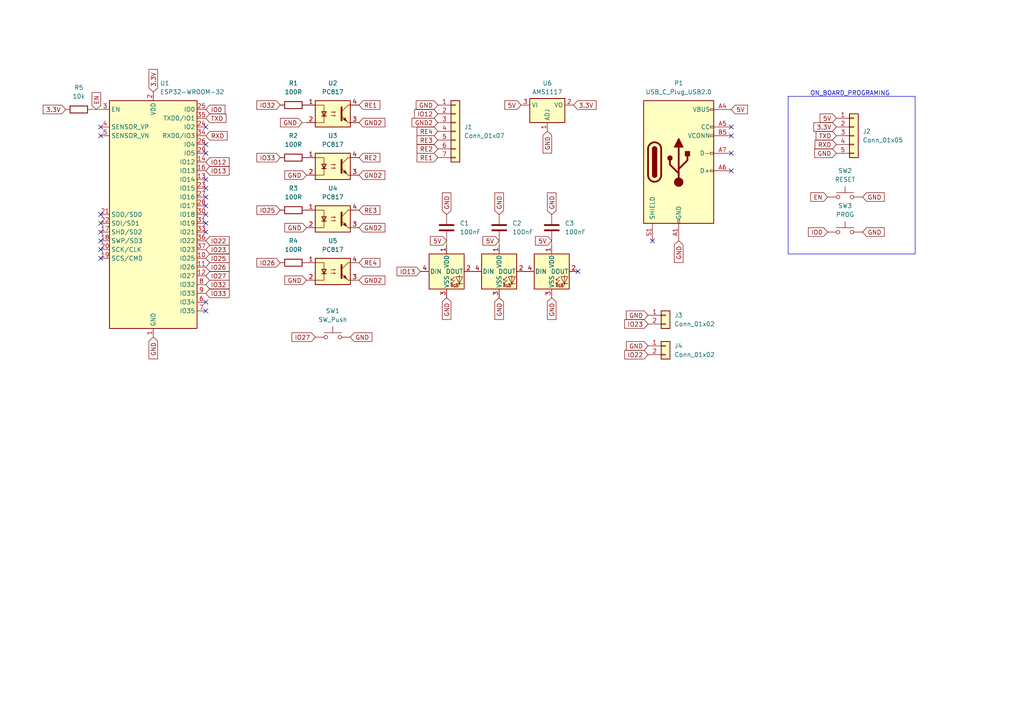
<source format=kicad_sch>
(kicad_sch (version 20230121) (generator eeschema)
  (paper "A4")
  (lib_symbols
    (symbol "Connector:USB_C_Plug_USB2.0" (pin_names (offset 1.016))
      (property "Reference" "P" (at -10.16 19.05 0))
      (property "Value" "USB_C_Plug_USB2.0" (at 12.7 19.05 0))
      (symbol "USB_C_Plug_USB2.0_0_0"
        (rectangle (start -0.254 -17.78) (end 0.254 -16.764))
        (rectangle (start 10.16 -2.286) (end 9.144 -2.794))
        (rectangle (start 10.16 2.794) (end 9.144 2.286))
        (rectangle (start 10.16 7.874) (end 9.144 7.366))
        (rectangle (start 10.16 10.414) (end 9.144 9.906))
        (rectangle (start 10.16 15.494) (end 9.144 14.986))
      )
      (symbol "USB_C_Plug_USB2.0_0_1"
        (rectangle (start -10.16 17.78) (end 10.16 -17.78) (stroke (width 0.254)) (fill (type background)))
        (arc (start -8.89 -3.81) (mid -6.985 -5.7067) (end -5.08 -3.81) (stroke (width 0.508)))
        (arc (start -7.62 -3.81) (mid -6.985 -4.4423) (end -6.35 -3.81) (stroke (width 0.254)))
        (arc (start -7.62 -3.81) (mid -6.985 -4.4423) (end -6.35 -3.81) (stroke (width 0.254)) (fill (type outline)))
        (rectangle (start -7.62 -3.81) (end -6.35 3.81) (stroke (width 0.254)) (fill (type outline)))
        (arc (start -6.35 3.81) (mid -6.985 4.4423) (end -7.62 3.81) (stroke (width 0.254)))
        (arc (start -6.35 3.81) (mid -6.985 4.4423) (end -7.62 3.81) (stroke (width 0.254)) (fill (type outline)))
        (arc (start -5.08 3.81) (mid -6.985 5.7067) (end -8.89 3.81) (stroke (width 0.508)))
        (circle (center -2.54 1.143) (radius 0.635) (stroke (width 0.254)) (fill (type outline)))
        (circle (center 0 -5.842) (radius 1.27) (fill (type outline)))
        (polyline (pts (xy -8.89 -3.81) (xy -8.89 3.81)) (stroke (width 0.508)))
        (polyline (pts (xy -5.08 3.81) (xy -5.08 -3.81)) (stroke (width 0.508)))
        (polyline (pts (xy 0 -5.842) (xy 0 4.318)) (stroke (width 0.508)))
        (polyline (pts (xy 0 -3.302) (xy -2.54 -0.762) (xy -2.54 0.508)) (stroke (width 0.508)))
        (polyline (pts (xy 0 -2.032) (xy 2.54 0.508) (xy 2.54 1.778)) (stroke (width 0.508)))
        (polyline (pts (xy -1.27 4.318) (xy 0 6.858) (xy 1.27 4.318) (xy -1.27 4.318)) (stroke (width 0.254)) (fill (type outline)))
        (rectangle (start 1.905 1.778) (end 3.175 3.048) (stroke (width 0.254)) (fill (type outline)))
      )
      (symbol "USB_C_Plug_USB2.0_1_1"
        (pin passive line (at 0 -22.86 90) (length 5.08) (name "GND") (number "A1"))
        (pin passive line (at 0 -22.86 90) (length 5.08) hide (name "GND") (number "A12"))
        (pin passive line (at 15.24 15.24 180) (length 5.08) (name "VBUS") (number "A4"))
        (pin bidirectional line (at 15.24 10.16 180) (length 5.08) (name "CC") (number "A5"))
        (pin bidirectional line (at 15.24 -2.54 180) (length 5.08) (name "D+") (number "A6"))
        (pin bidirectional line (at 15.24 2.54 180) (length 5.08) (name "D-") (number "A7"))
        (pin passive line (at 15.24 15.24 180) (length 5.08) hide (name "VBUS") (number "A9"))
        (pin passive line (at 0 -22.86 90) (length 5.08) hide (name "GND") (number "B1"))
        (pin passive line (at 0 -22.86 90) (length 5.08) hide (name "GND") (number "B12"))
        (pin passive line (at 15.24 15.24 180) (length 5.08) hide (name "VBUS") (number "B4"))
        (pin bidirectional line (at 15.24 7.62 180) (length 5.08) (name "VCONN") (number "B5"))
        (pin passive line (at 15.24 15.24 180) (length 5.08) hide (name "VBUS") (number "B9"))
        (pin passive line (at -7.62 -22.86 90) (length 5.08) (name "SHIELD") (number "S1"))
      )
    )
    (symbol "Connector_Generic:Conn_01x02" (pin_names (offset 1.016) hide)
      (property "Reference" "J" (at 0 2.54 0))
      (property "Value" "Conn_01x02" (at 0 -5.08 0))
      (symbol "Conn_01x02_1_1"
        (rectangle (start -1.27 -2.413) (end 0 -2.667) (stroke (width 0.1524)))
        (rectangle (start -1.27 0.127) (end 0 -0.127) (stroke (width 0.1524)))
        (rectangle (start -1.27 1.27) (end 1.27 -3.81) (stroke (width 0.254)) (fill (type background)))
        (pin passive line (at -5.08 0 0) (length 3.81) (name "Pin_1") (number "1"))
        (pin passive line (at -5.08 -2.54 0) (length 3.81) (name "Pin_2") (number "2"))
      )
    )
    (symbol "Connector_Generic:Conn_01x05" (pin_names (offset 1.016) hide)
      (property "Reference" "J" (at 0 7.62 0))
      (property "Value" "Conn_01x05" (at 0 -7.62 0))
      (symbol "Conn_01x05_1_1"
        (rectangle (start -1.27 -4.953) (end 0 -5.207) (stroke (width 0.1524)))
        (rectangle (start -1.27 -2.413) (end 0 -2.667) (stroke (width 0.1524)))
        (rectangle (start -1.27 0.127) (end 0 -0.127) (stroke (width 0.1524)))
        (rectangle (start -1.27 2.667) (end 0 2.413) (stroke (width 0.1524)))
        (rectangle (start -1.27 5.207) (end 0 4.953) (stroke (width 0.1524)))
        (rectangle (start -1.27 6.35) (end 1.27 -6.35) (stroke (width 0.254)) (fill (type background)))
        (pin passive line (at -5.08 5.08 0) (length 3.81) (name "Pin_1") (number "1"))
        (pin passive line (at -5.08 2.54 0) (length 3.81) (name "Pin_2") (number "2"))
        (pin passive line (at -5.08 0 0) (length 3.81) (name "Pin_3") (number "3"))
        (pin passive line (at -5.08 -2.54 0) (length 3.81) (name "Pin_4") (number "4"))
        (pin passive line (at -5.08 -5.08 0) (length 3.81) (name "Pin_5") (number "5"))
      )
    )
    (symbol "Connector_Generic:Conn_01x07" (pin_names (offset 1.016) hide)
      (property "Reference" "J" (at 0 10.16 0))
      (property "Value" "Conn_01x07" (at 0 -10.16 0))
      (symbol "Conn_01x07_1_1"
        (rectangle (start -1.27 -7.493) (end 0 -7.747) (stroke (width 0.1524)))
        (rectangle (start -1.27 -4.953) (end 0 -5.207) (stroke (width 0.1524)))
        (rectangle (start -1.27 -2.413) (end 0 -2.667) (stroke (width 0.1524)))
        (rectangle (start -1.27 0.127) (end 0 -0.127) (stroke (width 0.1524)))
        (rectangle (start -1.27 2.667) (end 0 2.413) (stroke (width 0.1524)))
        (rectangle (start -1.27 5.207) (end 0 4.953) (stroke (width 0.1524)))
        (rectangle (start -1.27 7.747) (end 0 7.493) (stroke (width 0.1524)))
        (rectangle (start -1.27 8.89) (end 1.27 -8.89) (stroke (width 0.254)) (fill (type background)))
        (pin passive line (at -5.08 7.62 0) (length 3.81) (name "Pin_1") (number "1"))
        (pin passive line (at -5.08 5.08 0) (length 3.81) (name "Pin_2") (number "2"))
        (pin passive line (at -5.08 2.54 0) (length 3.81) (name "Pin_3") (number "3"))
        (pin passive line (at -5.08 0 0) (length 3.81) (name "Pin_4") (number "4"))
        (pin passive line (at -5.08 -2.54 0) (length 3.81) (name "Pin_5") (number "5"))
        (pin passive line (at -5.08 -5.08 0) (length 3.81) (name "Pin_6") (number "6"))
        (pin passive line (at -5.08 -7.62 0) (length 3.81) (name "Pin_7") (number "7"))
      )
    )
    (symbol "Device:C" (pin_numbers hide) (pin_names (offset 0.254))
      (property "Reference" "C" (at 0.635 2.54 0))
      (property "Value" "C" (at 0.635 -2.54 0))
      (symbol "C_0_1"
        (polyline (pts (xy -2.032 -0.762) (xy 2.032 -0.762)) (stroke (width 0.508)))
        (polyline (pts (xy -2.032 0.762) (xy 2.032 0.762)) (stroke (width 0.508)))
      )
      (symbol "C_1_1"
        (pin passive line (at 0 3.81 270) (length 2.794) (name "~") (number "1"))
        (pin passive line (at 0 -3.81 90) (length 2.794) (name "~") (number "2"))
      )
    )
    (symbol "Device:R" (pin_numbers hide) (pin_names (offset 0))
      (property "Reference" "R" (at 2.032 0 90))
      (property "Value" "R" (at 0 0 90))
      (symbol "R_0_1"
        (rectangle (start -1.016 -2.54) (end 1.016 2.54) (stroke (width 0.254)))
      )
      (symbol "R_1_1"
        (pin passive line (at 0 3.81 270) (length 1.27) (name "~") (number "1"))
        (pin passive line (at 0 -3.81 90) (length 1.27) (name "~") (number "2"))
      )
    )
    (symbol "Isolator:PC817" (pin_names (offset 1.016))
      (property "Reference" "U" (at -5.08 5.08 0))
      (property "Value" "PC817" (at 0 5.08 0))
      (symbol "PC817_0_1"
        (rectangle (start -5.08 3.81) (end 5.08 -3.81) (stroke (width 0.254)) (fill (type background)))
        (polyline (pts (xy -3.175 -0.635) (xy -1.905 -0.635)) (stroke (width 0.254)))
        (polyline (pts (xy 2.54 0.635) (xy 4.445 2.54)))
        (polyline (pts (xy 4.445 -2.54) (xy 2.54 -0.635)) (fill (type outline)))
        (polyline (pts (xy 4.445 -2.54) (xy 5.08 -2.54)))
        (polyline (pts (xy 4.445 2.54) (xy 5.08 2.54)))
        (polyline (pts (xy -5.08 2.54) (xy -2.54 2.54) (xy -2.54 -0.635)))
        (polyline (pts (xy -2.54 -0.635) (xy -2.54 -2.54) (xy -5.08 -2.54)))
        (polyline (pts (xy 2.54 1.905) (xy 2.54 -1.905) (xy 2.54 -1.905)) (stroke (width 0.508)))
        (polyline (pts (xy -2.54 -0.635) (xy -3.175 0.635) (xy -1.905 0.635) (xy -2.54 -0.635)) (stroke (width 0.254)))
        (polyline (pts (xy -0.508 -0.508) (xy 0.762 -0.508) (xy 0.381 -0.635) (xy 0.381 -0.381) (xy 0.762 -0.508)))
        (polyline (pts (xy -0.508 0.508) (xy 0.762 0.508) (xy 0.381 0.381) (xy 0.381 0.635) (xy 0.762 0.508)))
        (polyline (pts (xy 3.048 -1.651) (xy 3.556 -1.143) (xy 4.064 -2.159) (xy 3.048 -1.651) (xy 3.048 -1.651)) (fill (type outline)))
      )
      (symbol "PC817_1_1"
        (pin passive line (at -7.62 2.54 0) (length 2.54) (name "~") (number "1"))
        (pin passive line (at -7.62 -2.54 0) (length 2.54) (name "~") (number "2"))
        (pin passive line (at 7.62 -2.54 180) (length 2.54) (name "~") (number "3"))
        (pin passive line (at 7.62 2.54 180) (length 2.54) (name "~") (number "4"))
      )
    )
    (symbol "LED:WS2812B" (pin_names (offset 0.254))
      (property "Reference" "D" (at 5.08 5.715 0))
      (property "Value" "WS2812B" (at 1.27 -5.715 0))
      (symbol "WS2812B_0_0"
        (text "RGB" (at 2.286 -4.191 0) (effects (font (size 0.762 0.762))))
      )
      (symbol "WS2812B_0_1"
        (polyline (pts (xy 1.27 -3.556) (xy 1.778 -3.556)))
        (polyline (pts (xy 1.27 -2.54) (xy 1.778 -2.54)))
        (polyline (pts (xy 4.699 -3.556) (xy 2.667 -3.556)))
        (polyline (pts (xy 2.286 -2.54) (xy 1.27 -3.556) (xy 1.27 -3.048)))
        (polyline (pts (xy 2.286 -1.524) (xy 1.27 -2.54) (xy 1.27 -2.032)))
        (polyline (pts (xy 3.683 -1.016) (xy 3.683 -3.556) (xy 3.683 -4.064)))
        (polyline (pts (xy 4.699 -1.524) (xy 2.667 -1.524) (xy 3.683 -3.556) (xy 4.699 -1.524)))
        (rectangle (start 5.08 5.08) (end -5.08 -5.08) (stroke (width 0.254)) (fill (type background)))
      )
      (symbol "WS2812B_1_1"
        (pin power_in line (at 0 7.62 270) (length 2.54) (name "VDD") (number "1"))
        (pin output line (at 7.62 0 180) (length 2.54) (name "DOUT") (number "2"))
        (pin power_in line (at 0 -7.62 90) (length 2.54) (name "VSS") (number "3"))
        (pin input line (at -7.62 0 0) (length 2.54) (name "DIN") (number "4"))
      )
    )
    (symbol "RF_Module:ESP32-WROOM-32"
      (property "Reference" "U" (at -12.7 34.29 0))
      (property "Value" "ESP32-WROOM-32" (at 1.27 34.29 0))
      (symbol "ESP32-WROOM-32_0_1"
        (rectangle (start -12.7 33.02) (end 12.7 -33.02) (stroke (width 0.254)) (fill (type background)))
      )
      (symbol "ESP32-WROOM-32_1_1"
        (pin power_in line (at 0 -35.56 90) (length 2.54) (name "GND") (number "1"))
        (pin bidirectional line (at 15.24 -12.7 180) (length 2.54) (name "IO25") (number "10"))
        (pin bidirectional line (at 15.24 -15.24 180) (length 2.54) (name "IO26") (number "11"))
        (pin bidirectional line (at 15.24 -17.78 180) (length 2.54) (name "IO27") (number "12"))
        (pin bidirectional line (at 15.24 10.16 180) (length 2.54) (name "IO14") (number "13"))
        (pin bidirectional line (at 15.24 15.24 180) (length 2.54) (name "IO12") (number "14"))
        (pin passive line (at 0 -35.56 90) (length 2.54) hide (name "GND") (number "15"))
        (pin bidirectional line (at 15.24 12.7 180) (length 2.54) (name "IO13") (number "16"))
        (pin bidirectional line (at -15.24 -5.08 0) (length 2.54) (name "SHD/SD2") (number "17"))
        (pin bidirectional line (at -15.24 -7.62 0) (length 2.54) (name "SWP/SD3") (number "18"))
        (pin bidirectional line (at -15.24 -12.7 0) (length 2.54) (name "SCS/CMD") (number "19"))
        (pin power_in line (at 0 35.56 270) (length 2.54) (name "VDD") (number "2"))
        (pin bidirectional line (at -15.24 -10.16 0) (length 2.54) (name "SCK/CLK") (number "20"))
        (pin bidirectional line (at -15.24 0 0) (length 2.54) (name "SDO/SD0") (number "21"))
        (pin bidirectional line (at -15.24 -2.54 0) (length 2.54) (name "SDI/SD1") (number "22"))
        (pin bidirectional line (at 15.24 7.62 180) (length 2.54) (name "IO15") (number "23"))
        (pin bidirectional line (at 15.24 25.4 180) (length 2.54) (name "IO2") (number "24"))
        (pin bidirectional line (at 15.24 30.48 180) (length 2.54) (name "IO0") (number "25"))
        (pin bidirectional line (at 15.24 20.32 180) (length 2.54) (name "IO4") (number "26"))
        (pin bidirectional line (at 15.24 5.08 180) (length 2.54) (name "IO16") (number "27"))
        (pin bidirectional line (at 15.24 2.54 180) (length 2.54) (name "IO17") (number "28"))
        (pin bidirectional line (at 15.24 17.78 180) (length 2.54) (name "IO5") (number "29"))
        (pin input line (at -15.24 30.48 0) (length 2.54) (name "EN") (number "3"))
        (pin bidirectional line (at 15.24 0 180) (length 2.54) (name "IO18") (number "30"))
        (pin bidirectional line (at 15.24 -2.54 180) (length 2.54) (name "IO19") (number "31"))
        (pin no_connect line (at -12.7 -27.94 0) (length 2.54) hide (name "NC") (number "32"))
        (pin bidirectional line (at 15.24 -5.08 180) (length 2.54) (name "IO21") (number "33"))
        (pin bidirectional line (at 15.24 22.86 180) (length 2.54) (name "RXD0/IO3") (number "34"))
        (pin bidirectional line (at 15.24 27.94 180) (length 2.54) (name "TXD0/IO1") (number "35"))
        (pin bidirectional line (at 15.24 -7.62 180) (length 2.54) (name "IO22") (number "36"))
        (pin bidirectional line (at 15.24 -10.16 180) (length 2.54) (name "IO23") (number "37"))
        (pin passive line (at 0 -35.56 90) (length 2.54) hide (name "GND") (number "38"))
        (pin passive line (at 0 -35.56 90) (length 2.54) hide (name "GND") (number "39"))
        (pin input line (at -15.24 25.4 0) (length 2.54) (name "SENSOR_VP") (number "4"))
        (pin input line (at -15.24 22.86 0) (length 2.54) (name "SENSOR_VN") (number "5"))
        (pin input line (at 15.24 -25.4 180) (length 2.54) (name "IO34") (number "6"))
        (pin input line (at 15.24 -27.94 180) (length 2.54) (name "IO35") (number "7"))
        (pin bidirectional line (at 15.24 -20.32 180) (length 2.54) (name "IO32") (number "8"))
        (pin bidirectional line (at 15.24 -22.86 180) (length 2.54) (name "IO33") (number "9"))
      )
    )
    (symbol "Regulator_Linear:AMS1117"
      (property "Reference" "U" (at -3.81 3.175 0))
      (property "Value" "AMS1117" (at 0 3.175 0))
      (symbol "AMS1117_0_1"
        (rectangle (start -5.08 -5.08) (end 5.08 1.905) (stroke (width 0.254)) (fill (type background)))
      )
      (symbol "AMS1117_1_1"
        (pin input line (at 0 -7.62 90) (length 2.54) (name "ADJ") (number "1"))
        (pin power_out line (at 7.62 0 180) (length 2.54) (name "VO") (number "2"))
        (pin power_in line (at -7.62 0 0) (length 2.54) (name "VI") (number "3"))
      )
    )
    (symbol "Switch:SW_Push" (pin_numbers hide) (pin_names (offset 1.016) hide)
      (property "Reference" "SW" (at 1.27 2.54 0))
      (property "Value" "SW_Push" (at 0 -1.524 0))
      (symbol "SW_Push_0_1"
        (circle (center -2.032 0) (radius 0.508))
        (polyline (pts (xy 0 1.27) (xy 0 3.048)))
        (polyline (pts (xy 2.54 1.27) (xy -2.54 1.27)))
        (circle (center 2.032 0) (radius 0.508))
        (pin passive line (at -5.08 0 0) (length 2.54) (name "1") (number "1"))
        (pin passive line (at 5.08 0 180) (length 2.54) (name "2") (number "2"))
      )
    )
  )
  (no_connect (at 29.21 69.85))
  (no_connect (at 59.69 90.17))
  (no_connect (at 29.21 36.83))
  (no_connect (at 59.69 67.31))
  (no_connect (at 167.64 78.74))
  (no_connect (at 29.21 39.37))
  (no_connect (at 59.69 41.91))
  (no_connect (at 189.23 69.85))
  (no_connect (at 59.69 62.23))
  (no_connect (at 29.21 62.23))
  (no_connect (at 59.69 64.77))
  (no_connect (at 59.69 59.69))
  (no_connect (at 59.69 57.15))
  (no_connect (at 59.69 54.61))
  (no_connect (at 59.69 87.63))
  (no_connect (at 212.09 44.45))
  (no_connect (at 29.21 67.31))
  (no_connect (at 212.09 39.37))
  (no_connect (at 29.21 72.39))
  (no_connect (at 29.21 74.93))
  (no_connect (at 212.09 49.53))
  (no_connect (at 29.21 64.77))
  (no_connect (at 212.09 36.83))
  (no_connect (at 59.69 44.45))
  (no_connect (at 59.69 52.07))
  (no_connect (at 59.69 36.83))
  (wire (pts (xy 144.78 69.85) (xy 144.78 71.12)))
  (wire (pts (xy 160.02 69.85) (xy 160.02 71.12)))
  (wire (pts (xy 129.54 69.85) (xy 129.54 71.12)))
  (wire (pts (xy 87.63 35.56) (xy 88.9 35.56)))
  (wire (pts (xy 26.67 31.75) (xy 29.21 31.75)))
  (rectangle (start 228.6 27.94) (end 265.43 73.66))
  (text "ON_BOARD_PROGRAMING" (at 234.95 27.94 0) (effects (font (size 1.27 1.27)) (justify left bottom)))
  (global_label "3.3V" (shape input) (at 166.37 30.48 0) (property "Intersheetrefs" "${INTERSHEET_REFS}" (effects hide)))
  (global_label "RXD" (shape input) (at 242.57 41.91 180) (property "Intersheetrefs" "${INTERSHEET_REFS}" (effects hide)))
  (global_label "IO26" (shape input) (at 59.69 77.47 0) (property "Intersheetrefs" "${INTERSHEET_REFS}" (effects hide)))
  (global_label "GND" (shape input) (at 127 30.48 180) (property "Intersheetrefs" "${INTERSHEET_REFS}" (effects hide)))
  (global_label "5V" (shape input) (at 129.54 69.85 180) (property "Intersheetrefs" "${INTERSHEET_REFS}" (effects hide)))
  (global_label "GND" (shape input) (at 144.78 86.36 270) (property "Intersheetrefs" "${INTERSHEET_REFS}" (effects hide)))
  (global_label "5V" (shape input) (at 160.02 69.85 180) (property "Intersheetrefs" "${INTERSHEET_REFS}" (effects hide)))
  (global_label "GND" (shape input) (at 129.54 62.23 90) (property "Intersheetrefs" "${INTERSHEET_REFS}" (effects hide)))
  (global_label "IO25" (shape input) (at 59.69 74.93 0) (property "Intersheetrefs" "${INTERSHEET_REFS}" (effects hide)))
  (global_label "EN" (shape input) (at 240.03 57.15 180) (property "Intersheetrefs" "${INTERSHEET_REFS}" (effects hide)))
  (global_label "GND" (shape input) (at 129.54 86.36 270) (property "Intersheetrefs" "${INTERSHEET_REFS}" (effects hide)))
  (global_label "GND2" (shape input) (at 104.14 35.56 0) (property "Intersheetrefs" "${INTERSHEET_REFS}" (effects hide)))
  (global_label "3.3V" (shape input) (at 242.57 36.83 180) (property "Intersheetrefs" "${INTERSHEET_REFS}" (effects hide)))
  (global_label "GND2" (shape input) (at 127 35.56 180) (property "Intersheetrefs" "${INTERSHEET_REFS}" (effects hide)))
  (global_label "3.3V" (shape input) (at 44.45 26.67 90) (property "Intersheetrefs" "${INTERSHEET_REFS}" (effects hide)))
  (global_label "RE3" (shape input) (at 127 40.64 180) (property "Intersheetrefs" "${INTERSHEET_REFS}" (effects hide)))
  (global_label "IO12" (shape input) (at 59.69 46.99 0) (property "Intersheetrefs" "${INTERSHEET_REFS}" (effects hide)))
  (global_label "GND2" (shape input) (at 104.14 66.04 0) (property "Intersheetrefs" "${INTERSHEET_REFS}" (effects hide)))
  (global_label "IO13" (shape input) (at 59.69 49.53 0) (property "Intersheetrefs" "${INTERSHEET_REFS}" (effects hide)))
  (global_label "IO27" (shape input) (at 59.69 80.01 0) (property "Intersheetrefs" "${INTERSHEET_REFS}" (effects hide)))
  (global_label "GND" (shape input) (at 250.19 67.31 0) (property "Intersheetrefs" "${INTERSHEET_REFS}" (effects hide)))
  (global_label "GND" (shape input) (at 187.96 91.44 180) (property "Intersheetrefs" "${INTERSHEET_REFS}" (effects hide)))
  (global_label "IO13" (shape input) (at 121.92 78.74 180) (property "Intersheetrefs" "${INTERSHEET_REFS}" (effects hide)))
  (global_label "RE1" (shape input) (at 104.14 30.48 0) (property "Intersheetrefs" "${INTERSHEET_REFS}" (effects hide)))
  (global_label "GND" (shape input) (at 196.85 69.85 270) (property "Intersheetrefs" "${INTERSHEET_REFS}" (effects hide)))
  (global_label "IO22" (shape input) (at 187.96 102.87 180) (property "Intersheetrefs" "${INTERSHEET_REFS}" (effects hide)))
  (global_label "RE4" (shape input) (at 104.14 76.2 0) (property "Intersheetrefs" "${INTERSHEET_REFS}" (effects hide)))
  (global_label "IO0" (shape input) (at 240.03 67.31 180) (property "Intersheetrefs" "${INTERSHEET_REFS}" (effects hide)))
  (global_label "GND" (shape input) (at 160.02 86.36 270) (property "Intersheetrefs" "${INTERSHEET_REFS}" (effects hide)))
  (global_label "GND" (shape input) (at 144.78 62.23 90) (property "Intersheetrefs" "${INTERSHEET_REFS}" (effects hide)))
  (global_label "EN" (shape input) (at 27.94 31.75 90) (property "Intersheetrefs" "${INTERSHEET_REFS}" (effects hide)))
  (global_label "GND" (shape input) (at 88.9 50.8 180) (property "Intersheetrefs" "${INTERSHEET_REFS}" (effects hide)))
  (global_label "RE4" (shape input) (at 127 38.1 180) (property "Intersheetrefs" "${INTERSHEET_REFS}" (effects hide)))
  (global_label "IO33" (shape input) (at 59.69 85.09 0) (property "Intersheetrefs" "${INTERSHEET_REFS}" (effects hide)))
  (global_label "GND2" (shape input) (at 104.14 50.8 0) (property "Intersheetrefs" "${INTERSHEET_REFS}" (effects hide)))
  (global_label "RE2" (shape input) (at 104.14 45.72 0) (property "Intersheetrefs" "${INTERSHEET_REFS}" (effects hide)))
  (global_label "IO23" (shape input) (at 59.69 72.39 0) (property "Intersheetrefs" "${INTERSHEET_REFS}" (effects hide)))
  (global_label "5V" (shape input) (at 242.57 34.29 180) (property "Intersheetrefs" "${INTERSHEET_REFS}" (effects hide)))
  (global_label "RE1" (shape input) (at 127 45.72 180) (property "Intersheetrefs" "${INTERSHEET_REFS}" (effects hide)))
  (global_label "GND" (shape input) (at 160.02 62.23 90) (property "Intersheetrefs" "${INTERSHEET_REFS}" (effects hide)))
  (global_label "GND" (shape input) (at 88.9 81.28 180) (property "Intersheetrefs" "${INTERSHEET_REFS}" (effects hide)))
  (global_label "RE2" (shape input) (at 127 43.18 180) (property "Intersheetrefs" "${INTERSHEET_REFS}" (effects hide)))
  (global_label "TXD" (shape input) (at 59.69 34.29 0) (property "Intersheetrefs" "${INTERSHEET_REFS}" (effects hide)))
  (global_label "GND" (shape input) (at 87.63 35.56 180) (property "Intersheetrefs" "${INTERSHEET_REFS}" (effects hide)))
  (global_label "GND2" (shape input) (at 104.14 81.28 0) (property "Intersheetrefs" "${INTERSHEET_REFS}" (effects hide)))
  (global_label "GND" (shape input) (at 88.9 66.04 180) (property "Intersheetrefs" "${INTERSHEET_REFS}" (effects hide)))
  (global_label "3.3V" (shape input) (at 19.05 31.75 180) (property "Intersheetrefs" "${INTERSHEET_REFS}" (effects hide)))
  (global_label "IO32" (shape input) (at 59.69 82.55 0) (property "Intersheetrefs" "${INTERSHEET_REFS}" (effects hide)))
  (global_label "GND" (shape input) (at 44.45 97.79 270) (property "Intersheetrefs" "${INTERSHEET_REFS}" (effects hide)))
  (global_label "GND" (shape input) (at 101.6 97.79 0) (property "Intersheetrefs" "${INTERSHEET_REFS}" (effects hide)))
  (global_label "IO33" (shape input) (at 81.28 45.72 180) (property "Intersheetrefs" "${INTERSHEET_REFS}" (effects hide)))
  (global_label "GND" (shape input) (at 250.19 57.15 0) (property "Intersheetrefs" "${INTERSHEET_REFS}" (effects hide)))
  (global_label "GND" (shape input) (at 242.57 44.45 180) (property "Intersheetrefs" "${INTERSHEET_REFS}" (effects hide)))
  (global_label "RE3" (shape input) (at 104.14 60.96 0) (property "Intersheetrefs" "${INTERSHEET_REFS}" (effects hide)))
  (global_label "RXD" (shape input) (at 59.69 39.37 0) (property "Intersheetrefs" "${INTERSHEET_REFS}" (effects hide)))
  (global_label "IO0" (shape input) (at 59.69 31.75 0) (property "Intersheetrefs" "${INTERSHEET_REFS}" (effects hide)))
  (global_label "IO25" (shape input) (at 81.28 60.96 180) (property "Intersheetrefs" "${INTERSHEET_REFS}" (effects hide)))
  (global_label "TXD" (shape input) (at 242.57 39.37 180) (property "Intersheetrefs" "${INTERSHEET_REFS}" (effects hide)))
  (global_label "IO22" (shape input) (at 59.69 69.85 0) (property "Intersheetrefs" "${INTERSHEET_REFS}" (effects hide)))
  (global_label "GND" (shape input) (at 187.96 100.33 180) (property "Intersheetrefs" "${INTERSHEET_REFS}" (effects hide)))
  (global_label "IO32" (shape input) (at 81.28 30.48 180) (property "Intersheetrefs" "${INTERSHEET_REFS}" (effects hide)))
  (global_label "IO27" (shape input) (at 91.44 97.79 180) (property "Intersheetrefs" "${INTERSHEET_REFS}" (effects hide)))
  (global_label "IO26" (shape input) (at 81.28 76.2 180) (property "Intersheetrefs" "${INTERSHEET_REFS}" (effects hide)))
  (global_label "GND" (shape input) (at 158.75 38.1 270) (property "Intersheetrefs" "${INTERSHEET_REFS}" (effects hide)))
  (global_label "5V" (shape input) (at 144.78 69.85 180) (property "Intersheetrefs" "${INTERSHEET_REFS}" (effects hide)))
  (global_label "5V" (shape input) (at 212.09 31.75 0) (property "Intersheetrefs" "${INTERSHEET_REFS}" (effects hide)))
  (global_label "IO23" (shape input) (at 187.96 93.98 180) (property "Intersheetrefs" "${INTERSHEET_REFS}" (effects hide)))
  (global_label "5V" (shape input) (at 151.13 30.48 180) (property "Intersheetrefs" "${INTERSHEET_REFS}" (effects hide)))
  (global_label "IO12" (shape input) (at 127 33.02 180) (property "Intersheetrefs" "${INTERSHEET_REFS}" (effects hide)))
  (symbol (lib_id "Connector_Generic:Conn_01x05") (at 247.65 39.37 0) (unit 1)
    (property "Reference" "J2" (at 250.19 38.1 0) (effects (justify left)))
    (property "Value" "Conn_01x05" (at 250.19 40.64 0) (effects (justify left)))
    (property "Footprint" "Connector_PinHeader_2.54mm:PinHeader_1x05_P2.54mm_Vertical" (effects hide))
  )
  (symbol (lib_id "LED:WS2812B") (at 160.02 78.74 0) (unit 1)
    (property "Reference" "D3" (effects hide))
    (property "Value" "WS2812B" (effects hide))
    (property "Footprint" "LED_SMD:LED_WS2812B_PLCC4_5.0x5.0mm_P3.2mm" (effects hide))
    (property "Datasheet" "https://cdn-shop.adafruit.com/datasheets/WS2812B.pdf" (effects hide))
  )
  (symbol (lib_id "Switch:SW_Push") (at 96.52 97.79 0) (unit 1)
    (property "Reference" "SW1" (at 96.52 90.17 0))
    (property "Value" "SW_Push" (at 96.52 92.71 0))
    (property "Footprint" "Button_Switch_SMD:Panasonic_EVQPUM_EVQPUD" (effects hide))
  )
  (symbol (lib_id "Connector_Generic:Conn_01x07") (at 132.08 38.1 0) (unit 1)
    (property "Reference" "J1" (at 134.62 36.83 0) (effects (justify left)))
    (property "Value" "Conn_01x07" (at 134.62 39.37 0) (effects (justify left)))
    (property "Footprint" "Connector_PinHeader_2.54mm:PinHeader_1x07_P2.54mm_Horizontal" (effects hide))
  )
  (symbol (lib_id "Isolator:PC817") (at 96.52 33.02 0) (unit 1)
    (property "Reference" "U2" (at 96.52 24.13 0))
    (property "Value" "PC817" (at 96.52 26.67 0))
    (property "Footprint" "Package_DIP:DIP-4_W7.62mm" (effects hide))
    (property "Datasheet" "http://www.soselectronic.cz/a_info/resource/d/pc817.pdf" (effects hide))
  )
  (symbol (lib_id "Connector_Generic:Conn_01x02") (at 193.04 100.33 0) (unit 1)
    (property "Reference" "J4" (at 195.58 100.33 0) (effects (justify left)))
    (property "Value" "Conn_01x02" (at 195.58 102.87 0) (effects (justify left)))
    (property "Footprint" "Connector_JST:JST_XH_S2B-XH-A_1x02_P2.50mm_Horizontal" (effects hide))
  )
  (symbol (lib_id "Connector:USB_C_Plug_USB2.0") (at 196.85 46.99 0) (unit 1)
    (property "Reference" "P1" (at 196.85 24.13 0))
    (property "Value" "USB_C_Plug_USB2.0" (at 196.85 26.67 0))
    (property "Footprint" "Connector_USB:USB_C_Receptacle_GCT_USB4135-GF-A_6P_TopMnt_Horizontal" (effects hide))
    (property "Datasheet" "https://www.usb.org/sites/default/files/documents/usb_type-c.zip" (effects hide))
  )
  (symbol (lib_id "Device:C") (at 129.54 66.04 0) (unit 1)
    (property "Reference" "C1" (at 133.35 64.77 0) (effects (justify left)))
    (property "Value" "100nF" (at 133.35 67.31 0) (effects (justify left)))
    (property "Footprint" "Capacitor_SMD:C_1206_3216Metric" (effects hide))
  )
  (symbol (lib_id "Isolator:PC817") (at 96.52 78.74 0) (unit 1)
    (property "Reference" "U5" (at 96.52 69.85 0))
    (property "Value" "PC817" (at 96.52 72.39 0))
    (property "Footprint" "Package_DIP:DIP-4_W7.62mm" (effects hide))
    (property "Datasheet" "http://www.soselectronic.cz/a_info/resource/d/pc817.pdf" (effects hide))
  )
  (symbol (lib_id "Device:R") (at 22.86 31.75 90) (unit 1)
    (property "Reference" "R5" (at 22.86 25.4 90))
    (property "Value" "10k" (at 22.86 27.94 90))
    (property "Footprint" "Resistor_THT:R_Axial_DIN0207_L6.3mm_D2.5mm_P10.16mm_Horizontal" (effects hide))
  )
  (symbol (lib_id "Switch:SW_Push") (at 245.11 57.15 0) (unit 1)
    (property "Reference" "SW2" (at 245.11 49.53 0))
    (property "Value" "RESET" (at 245.11 52.07 0))
    (property "Footprint" "Button_Switch_SMD:Panasonic_EVQPUM_EVQPUD" (effects hide))
  )
  (symbol (lib_id "LED:WS2812B") (at 144.78 78.74 0) (unit 1)
    (property "Reference" "D2" (effects hide))
    (property "Value" "WS2812B" (effects hide))
    (property "Footprint" "LED_SMD:LED_WS2812B_PLCC4_5.0x5.0mm_P3.2mm" (effects hide))
    (property "Datasheet" "https://cdn-shop.adafruit.com/datasheets/WS2812B.pdf" (effects hide))
  )
  (symbol (lib_id "Device:C") (at 144.78 66.04 0) (unit 1)
    (property "Reference" "C2" (at 148.59 64.77 0) (effects (justify left)))
    (property "Value" "100nF" (at 148.59 67.31 0) (effects (justify left)))
    (property "Footprint" "Capacitor_SMD:C_1206_3216Metric" (effects hide))
  )
  (symbol (lib_id "Isolator:PC817") (at 96.52 63.5 0) (unit 1)
    (property "Reference" "U4" (at 96.52 54.61 0))
    (property "Value" "PC817" (at 96.52 57.15 0))
    (property "Footprint" "Package_DIP:DIP-4_W7.62mm" (effects hide))
    (property "Datasheet" "http://www.soselectronic.cz/a_info/resource/d/pc817.pdf" (effects hide))
  )
  (symbol (lib_id "Switch:SW_Push") (at 245.11 67.31 0) (unit 1)
    (property "Reference" "SW3" (at 245.11 59.69 0))
    (property "Value" "PROG" (at 245.11 62.23 0))
    (property "Footprint" "Button_Switch_SMD:Panasonic_EVQPUM_EVQPUD" (effects hide))
  )
  (symbol (lib_id "Regulator_Linear:AMS1117") (at 158.75 30.48 0) (unit 1)
    (property "Reference" "U6" (at 158.75 24.13 0))
    (property "Value" "AMS1117" (at 158.75 26.67 0))
    (property "Footprint" "Package_TO_SOT_SMD:SOT-223-3_TabPin2" (effects hide))
    (property "Datasheet" "http://www.advanced-monolithic.com/pdf/ds1117.pdf" (effects hide))
  )
  (symbol (lib_id "LED:WS2812B") (at 129.54 78.74 0) (unit 1)
    (property "Reference" "D1" (effects hide))
    (property "Value" "WS2812B" (effects hide))
    (property "Footprint" "LED_SMD:LED_WS2812B_PLCC4_5.0x5.0mm_P3.2mm" (effects hide))
    (property "Datasheet" "https://cdn-shop.adafruit.com/datasheets/WS2812B.pdf" (effects hide))
  )
  (symbol (lib_id "Device:R") (at 85.09 30.48 90) (unit 1)
    (property "Reference" "R1" (at 85.09 24.13 90))
    (property "Value" "100R" (at 85.09 26.67 90))
    (property "Footprint" "Resistor_THT:R_Axial_DIN0207_L6.3mm_D2.5mm_P10.16mm_Horizontal" (effects hide))
  )
  (symbol (lib_id "Isolator:PC817") (at 96.52 48.26 0) (unit 1)
    (property "Reference" "U3" (at 96.52 39.37 0))
    (property "Value" "PC817" (at 96.52 41.91 0))
    (property "Footprint" "Package_DIP:DIP-4_W7.62mm" (effects hide))
    (property "Datasheet" "http://www.soselectronic.cz/a_info/resource/d/pc817.pdf" (effects hide))
  )
  (symbol (lib_id "Device:C") (at 160.02 66.04 0) (unit 1)
    (property "Reference" "C3" (at 163.83 64.77 0) (effects (justify left)))
    (property "Value" "100nF" (at 163.83 67.31 0) (effects (justify left)))
    (property "Footprint" "Capacitor_SMD:C_1206_3216Metric" (effects hide))
  )
  (symbol (lib_id "Device:R") (at 85.09 45.72 90) (unit 1)
    (property "Reference" "R2" (at 85.09 39.37 90))
    (property "Value" "100R" (at 85.09 41.91 90))
    (property "Footprint" "Resistor_THT:R_Axial_DIN0207_L6.3mm_D2.5mm_P10.16mm_Horizontal" (effects hide))
  )
  (symbol (lib_id "Device:R") (at 85.09 76.2 90) (unit 1)
    (property "Reference" "R4" (at 85.09 69.85 90))
    (property "Value" "100R" (at 85.09 72.39 90))
    (property "Footprint" "Resistor_THT:R_Axial_DIN0207_L6.3mm_D2.5mm_P10.16mm_Horizontal" (effects hide))
  )
  (symbol (lib_id "Device:R") (at 85.09 60.96 90) (unit 1)
    (property "Reference" "R3" (at 85.09 54.61 90))
    (property "Value" "100R" (at 85.09 57.15 90))
    (property "Footprint" "Resistor_THT:R_Axial_DIN0207_L6.3mm_D2.5mm_P10.16mm_Horizontal" (effects hide))
  )
  (symbol (lib_id "Connector_Generic:Conn_01x02") (at 193.04 91.44 0) (unit 1)
    (property "Reference" "J3" (at 195.58 91.44 0) (effects (justify left)))
    (property "Value" "Conn_01x02" (at 195.58 93.98 0) (effects (justify left)))
    (property "Footprint" "Connector_JST:JST_XH_S2B-XH-A_1x02_P2.50mm_Horizontal" (effects hide))
  )
  (symbol (lib_id "RF_Module:ESP32-WROOM-32") (at 44.45 62.23 0) (unit 1)
    (property "Reference" "U1" (at 46.4059 24.13 0) (effects (justify left)))
    (property "Value" "ESP32-WROOM-32" (at 46.4059 26.67 0) (effects (justify left)))
    (property "Footprint" "RF_Module:ESP32-WROOM-32" (effects hide))
    (property "Datasheet" "https://www.espressif.com/sites/default/files/documentation/esp32-wroom-32_datasheet_en.pdf" (effects hide))
  )
)
</source>
